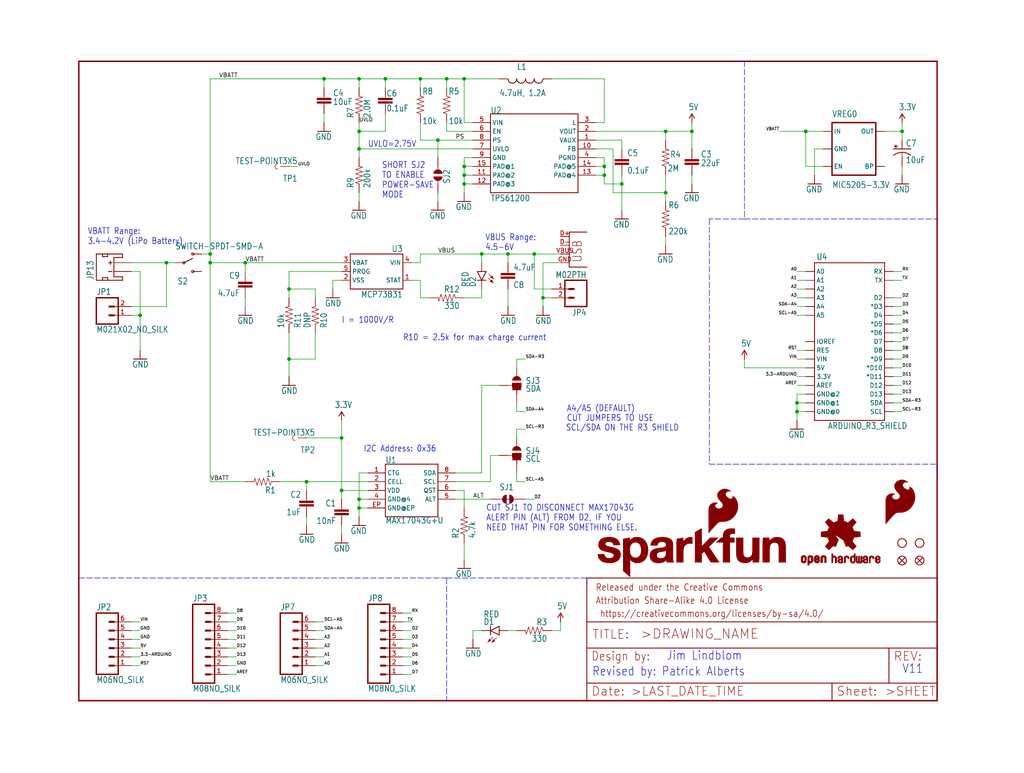
<source format=kicad_sch>
(kicad_sch (version 20211123) (generator eeschema)
  (paper "User" 297.002 224.18)
  (lib_symbols
    (symbol "schematicEagle-eagle-import:0.1UF-25V(+80{slash}-20%)(0603)"
      (property "Reference" "C" (at 1.524 2.921 0))
      (property "Value" "0.1UF-25V(+80{slash}-20%)(0603)" (at 1.524 -2.159 0))
      (symbol "0.1UF-25V(+80{slash}-20%)(0603)_1_0"
        (pin passive line (at 0 5.08 270) (length 2.54) (name "1") (number "1"))
        (pin passive line (at 0 -2.54 90) (length 2.54) (name "2") (number "2"))
      )
    )
    (symbol "schematicEagle-eagle-import:1.0UF-16V-10%(0603)"
      (property "Reference" "C" (at 1.524 2.921 0))
      (property "Value" "1.0UF-16V-10%(0603)" (at 1.524 -2.159 0))
      (symbol "1.0UF-16V-10%(0603)_1_0"
        (pin passive line (at 0 5.08 270) (length 2.54) (name "1") (number "1"))
        (pin passive line (at 0 -2.54 90) (length 2.54) (name "2") (number "2"))
      )
    )
    (symbol "schematicEagle-eagle-import:10KOHM1{slash}10W1%(0603)0603"
      (property "Reference" "R" (at -3.81 1.4986 0))
      (property "Value" "10KOHM1{slash}10W1%(0603)0603" (at -3.81 -3.302 0))
      (symbol "10KOHM1{slash}10W1%(0603)0603_1_0"
        (pin passive line (at -5.08 0 0) (length 2.54) (name "1") (number "1"))
        (pin passive line (at 5.08 0 180) (length 2.54) (name "2") (number "2"))
      )
    )
    (symbol "schematicEagle-eagle-import:10NF{slash}10000PF-50V-10%(0603)"
      (property "Reference" "C" (at 1.524 2.921 0))
      (property "Value" "10NF{slash}10000PF-50V-10%(0603)" (at 1.524 -2.159 0))
      (symbol "10NF{slash}10000PF-50V-10%(0603)_1_0"
        (pin passive line (at 0 5.08 270) (length 2.54) (name "1") (number "1"))
        (pin passive line (at 0 -2.54 90) (length 2.54) (name "2") (number "2"))
      )
    )
    (symbol "schematicEagle-eagle-import:10UF-16V-10%(TANT)"
      (property "Reference" "C" (at 1.016 0.635 0))
      (property "Value" "10UF-16V-10%(TANT)" (at 1.016 -4.191 0))
      (symbol "10UF-16V-10%(TANT)_1_0"
        (pin passive line (at 0 2.54 270) (length 2.54) (name "+") (number "A"))
        (pin passive line (at 0 -5.08 90) (length 2.54) (name "-") (number "C"))
      )
    )
    (symbol "schematicEagle-eagle-import:10UF-6.3V-20%(1206)"
      (property "Reference" "C" (at 1.524 2.921 0))
      (property "Value" "10UF-6.3V-20%(1206)" (at 1.524 -2.159 0))
      (symbol "10UF-6.3V-20%(1206)_1_0"
        (pin passive line (at 0 5.08 270) (length 2.54) (name "1") (number "1"))
        (pin passive line (at 0 -2.54 90) (length 2.54) (name "2") (number "2"))
      )
    )
    (symbol "schematicEagle-eagle-import:1KOHM1{slash}10W1%(0603)"
      (property "Reference" "R" (at -3.81 1.4986 0))
      (property "Value" "1KOHM1{slash}10W1%(0603)" (at -3.81 -3.302 0))
      (symbol "1KOHM1{slash}10W1%(0603)_1_0"
        (pin passive line (at -5.08 0 0) (length 2.54) (name "1") (number "1"))
        (pin passive line (at 5.08 0 180) (length 2.54) (name "2") (number "2"))
      )
    )
    (symbol "schematicEagle-eagle-import:200KOHM1{slash}10W1%(0603)200K"
      (property "Reference" "R" (at -3.81 1.4986 0))
      (property "Value" "200KOHM1{slash}10W1%(0603)200K" (at -3.81 -3.302 0))
      (symbol "200KOHM1{slash}10W1%(0603)200K_1_0"
        (pin passive line (at -5.08 0 0) (length 2.54) (name "1") (number "1"))
        (pin passive line (at 5.08 0 180) (length 2.54) (name "2") (number "2"))
      )
    )
    (symbol "schematicEagle-eagle-import:220KOHM1{slash}10W1%(0603)"
      (property "Reference" "R" (at -3.81 1.4986 0))
      (property "Value" "220KOHM1{slash}10W1%(0603)" (at -3.81 -3.302 0))
      (symbol "220KOHM1{slash}10W1%(0603)_1_0"
        (pin passive line (at -5.08 0 0) (length 2.54) (name "1") (number "1"))
        (pin passive line (at 5.08 0 180) (length 2.54) (name "2") (number "2"))
      )
    )
    (symbol "schematicEagle-eagle-import:22UF-6.3V-20%(0805)"
      (property "Reference" "C" (at 1.524 2.921 0))
      (property "Value" "22UF-6.3V-20%(0805)" (at 1.524 -2.159 0))
      (symbol "22UF-6.3V-20%(0805)_1_0"
        (pin passive line (at 0 5.08 270) (length 2.54) (name "1") (number "1"))
        (pin passive line (at 0 -2.54 90) (length 2.54) (name "2") (number "2"))
      )
    )
    (symbol "schematicEagle-eagle-import:2MOHMS-1{slash}10W-1%(0603)"
      (property "Reference" "R" (at -3.81 1.4986 0))
      (property "Value" "2MOHMS-1{slash}10W-1%(0603)" (at -3.81 -3.302 0))
      (symbol "2MOHMS-1{slash}10W-1%(0603)_1_0"
        (pin passive line (at -5.08 0 0) (length 2.54) (name "1") (number "1"))
        (pin passive line (at 5.08 0 180) (length 2.54) (name "2") (number "2"))
      )
    )
    (symbol "schematicEagle-eagle-import:3.3V" (power)
      (property "Value" "3.3V" (at -1.016 3.556 0))
      (symbol "3.3V_1_0"
        (pin power_in line (at 0 0 90) (length 2.54) (name "3.3V") (number "1"))
      )
    )
    (symbol "schematicEagle-eagle-import:330OHM1{slash}10W1%(0603)"
      (property "Reference" "R" (at -3.81 1.4986 0))
      (property "Value" "330OHM1{slash}10W1%(0603)" (at -3.81 -3.302 0))
      (symbol "330OHM1{slash}10W1%(0603)_1_0"
        (pin passive line (at -5.08 0 0) (length 2.54) (name "1") (number "1"))
        (pin passive line (at 5.08 0 180) (length 2.54) (name "2") (number "2"))
      )
    )
    (symbol "schematicEagle-eagle-import:4.7KOHM1{slash}10W1%(0603)"
      (property "Reference" "R" (at -3.81 1.4986 0))
      (property "Value" "4.7KOHM1{slash}10W1%(0603)" (at -3.81 -3.302 0))
      (symbol "4.7KOHM1{slash}10W1%(0603)_1_0"
        (pin passive line (at -5.08 0 0) (length 2.54) (name "1") (number "1"))
        (pin passive line (at 5.08 0 180) (length 2.54) (name "2") (number "2"))
      )
    )
    (symbol "schematicEagle-eagle-import:4.7UF-6.3V-10%(0603)0603"
      (property "Reference" "C" (at 1.524 2.921 0))
      (property "Value" "4.7UF-6.3V-10%(0603)0603" (at 1.524 -2.159 0))
      (symbol "4.7UF-6.3V-10%(0603)0603_1_0"
        (pin passive line (at 0 5.08 270) (length 2.54) (name "1") (number "1"))
        (pin passive line (at 0 -2.54 90) (length 2.54) (name "2") (number "2"))
      )
    )
    (symbol "schematicEagle-eagle-import:5V" (power)
      (property "Value" "5V" (at -1.016 3.556 0))
      (symbol "5V_1_0"
        (pin power_in line (at 0 0 90) (length 2.54) (name "5V") (number "1"))
      )
    )
    (symbol "schematicEagle-eagle-import:ARDUINO_R3_SHIELD"
      (property "Reference" "J" (at -9.652 21.082 0))
      (property "Value" "ARDUINO_R3_SHIELD" (at -6.35 -27.94 0))
      (symbol "ARDUINO_R3_SHIELD_1_0"
        (pin bidirectional line (at -12.7 -12.7 0) (length 2.54) (name "3.3V") (number "3.3V"))
        (pin bidirectional line (at -12.7 -10.16 0) (length 2.54) (name "5V") (number "5V"))
        (pin bidirectional line (at -12.7 17.78 0) (length 2.54) (name "A0") (number "A0"))
        (pin bidirectional line (at -12.7 15.24 0) (length 2.54) (name "A1") (number "A1"))
        (pin bidirectional line (at -12.7 12.7 0) (length 2.54) (name "A2") (number "A2"))
        (pin bidirectional line (at -12.7 10.16 0) (length 2.54) (name "A3") (number "A3"))
        (pin bidirectional line (at -12.7 7.62 0) (length 2.54) (name "A4") (number "A4"))
        (pin bidirectional line (at -12.7 5.08 0) (length 2.54) (name "A5") (number "A5"))
        (pin bidirectional line (at -12.7 -15.24 0) (length 2.54) (name "AREF") (number "AREF"))
        (pin bidirectional line (at 12.7 -10.16 180) (length 2.54) (name "*D10") (number "D10"))
        (pin bidirectional line (at 12.7 -12.7 180) (length 2.54) (name "*D11") (number "D11"))
        (pin bidirectional line (at 12.7 -15.24 180) (length 2.54) (name "D12") (number "D12"))
        (pin bidirectional line (at 12.7 -17.78 180) (length 2.54) (name "D13") (number "D13"))
        (pin bidirectional line (at 12.7 10.16 180) (length 2.54) (name "D2") (number "D2"))
        (pin bidirectional line (at 12.7 7.62 180) (length 2.54) (name "*D3") (number "D3"))
        (pin bidirectional line (at 12.7 5.08 180) (length 2.54) (name "D4") (number "D4"))
        (pin bidirectional line (at 12.7 2.54 180) (length 2.54) (name "*D5") (number "D5"))
        (pin bidirectional line (at 12.7 0 180) (length 2.54) (name "*D6") (number "D6"))
        (pin bidirectional line (at 12.7 -2.54 180) (length 2.54) (name "D7") (number "D7"))
        (pin bidirectional line (at 12.7 -5.08 180) (length 2.54) (name "D8") (number "D8"))
        (pin bidirectional line (at 12.7 -7.62 180) (length 2.54) (name "*D9") (number "D9"))
        (pin bidirectional line (at -12.7 -22.86 0) (length 2.54) (name "GND@0") (number "GND@0"))
        (pin bidirectional line (at -12.7 -20.32 0) (length 2.54) (name "GND@1") (number "GND@1"))
        (pin bidirectional line (at -12.7 -17.78 0) (length 2.54) (name "GND@2") (number "GND@2"))
        (pin bidirectional line (at -12.7 -2.54 0) (length 2.54) (name "IOREF") (number "IOREF"))
        (pin bidirectional line (at -12.7 -5.08 0) (length 2.54) (name "RES") (number "RES"))
        (pin bidirectional line (at 12.7 17.78 180) (length 2.54) (name "RX") (number "RX"))
        (pin bidirectional line (at 12.7 -22.86 180) (length 2.54) (name "SCL") (number "SCL"))
        (pin bidirectional line (at 12.7 -20.32 180) (length 2.54) (name "SDA") (number "SDA"))
        (pin bidirectional line (at 12.7 15.24 180) (length 2.54) (name "TX") (number "TX"))
        (pin bidirectional line (at -12.7 -7.62 0) (length 2.54) (name "VIN") (number "VIN"))
      )
    )
    (symbol "schematicEagle-eagle-import:FIDUCIAL1X2")
    (symbol "schematicEagle-eagle-import:FRAME-LETTER"
      (symbol "FRAME-LETTER_2_0"
        (text " https://creativecommons.org/licenses/by-sa/4.0/" (at 2.54 24.13 0) (effects (font (size 1.9304 1.6408)) (justify left bottom)))
        (text ">DRAWING_NAME" (at 15.494 17.78 0) (effects (font (size 2.7432 2.7432)) (justify left bottom)))
        (text ">LAST_DATE_TIME" (at 12.7 1.27 0) (effects (font (size 2.54 2.54)) (justify left bottom)))
        (text ">SHEET" (at 86.36 1.27 0) (effects (font (size 2.54 2.54)) (justify left bottom)))
        (text "Attribution Share-Alike 4.0 License" (at 2.54 27.94 0) (effects (font (size 1.9304 1.6408)) (justify left bottom)))
        (text "Date:" (at 1.27 1.27 0) (effects (font (size 2.54 2.54)) (justify left bottom)))
        (text "Design by:" (at 1.27 11.43 0) (effects (font (size 2.54 2.159)) (justify left bottom)))
        (text "Released under the Creative Commons" (at 2.54 31.75 0) (effects (font (size 1.9304 1.6408)) (justify left bottom)))
        (text "REV:" (at 88.9 11.43 0) (effects (font (size 2.54 2.54)) (justify left bottom)))
        (text "Sheet:" (at 72.39 1.27 0) (effects (font (size 2.54 2.54)) (justify left bottom)))
        (text "TITLE:" (at 1.524 17.78 0) (effects (font (size 2.54 2.54)) (justify left bottom)))
      )
    )
    (symbol "schematicEagle-eagle-import:GND" (power)
      (property "Value" "GND" (at -2.54 -2.54 0))
      (symbol "GND_1_0"
        (pin power_in line (at 0 2.54 270) (length 2.54) (name "GND") (number "1"))
      )
    )
    (symbol "schematicEagle-eagle-import:INDUCTORINDUCTOR_4.7UH"
      (property "Reference" "L" (at 2.54 5.08 0))
      (property "Value" "INDUCTORINDUCTOR_4.7UH" (at 2.54 -5.08 0))
      (symbol "INDUCTORINDUCTOR_4.7UH_1_0"
        (pin passive line (at 0 7.62 270) (length 2.54) (name "1") (number "P$1"))
        (pin passive line (at 0 -7.62 90) (length 2.54) (name "2") (number "P$2"))
      )
    )
    (symbol "schematicEagle-eagle-import:JST_2MM_MALE"
      (property "Reference" "J" (at -2.54 5.842 0))
      (symbol "JST_2MM_MALE_1_0"
        (pin bidirectional line (at 0 -5.08 90) (length 5.08) (name "-") (number "1"))
        (pin bidirectional line (at 2.54 -5.08 90) (length 5.08) (name "+") (number "2"))
        (pin bidirectional line (at -2.54 2.54 90) (length 0) (name "PAD1") (number "NC1"))
        (pin bidirectional line (at 5.08 2.54 90) (length 0) (name "PAD2") (number "NC2"))
      )
    )
    (symbol "schematicEagle-eagle-import:JUMPER-PAD-3-2OF3_NC_BY_TRACE"
      (property "Reference" "SJ" (at 2.54 0.381 0))
      (property "Value" "JUMPER-PAD-3-2OF3_NC_BY_TRACE" (at 2.54 -1.905 0))
      (symbol "JUMPER-PAD-3-2OF3_NC_BY_TRACE_1_0"
        (pin passive line (at 0 5.08 270) (length 2.54) (name "1") (number "1"))
        (pin passive line (at -5.08 0 0) (length 2.54) (name "2") (number "2"))
        (pin passive line (at 0 -5.08 90) (length 2.54) (name "3") (number "3"))
      )
    )
    (symbol "schematicEagle-eagle-import:LED-RED0603"
      (property "Reference" "D" (at 3.556 -4.572 90))
      (property "Value" "LED-RED0603" (at 5.715 -4.572 90))
      (symbol "LED-RED0603_1_0"
        (pin passive line (at 0 2.54 270) (length 2.54) (name "A") (number "A"))
        (pin passive line (at 0 -5.08 90) (length 2.54) (name "C") (number "C"))
      )
    )
    (symbol "schematicEagle-eagle-import:M021X02_NO_SILK"
      (property "Reference" "JP" (at -2.54 5.842 0))
      (property "Value" "M021X02_NO_SILK" (at -2.54 -5.08 0))
      (symbol "M021X02_NO_SILK_1_0"
        (pin passive line (at 7.62 0 180) (length 5.08) (name "1") (number "1"))
        (pin passive line (at 7.62 2.54 180) (length 5.08) (name "2") (number "2"))
      )
    )
    (symbol "schematicEagle-eagle-import:M02PTH"
      (property "Reference" "JP" (at -2.54 5.842 0))
      (property "Value" "M02PTH" (at -2.54 -5.08 0))
      (symbol "M02PTH_1_0"
        (pin passive line (at 7.62 0 180) (length 5.08) (name "1") (number "1"))
        (pin passive line (at 7.62 2.54 180) (length 5.08) (name "2") (number "2"))
      )
    )
    (symbol "schematicEagle-eagle-import:M06NO_SILK"
      (property "Reference" "JP" (at -5.08 10.922 0))
      (property "Value" "M06NO_SILK" (at -5.08 -10.16 0))
      (symbol "M06NO_SILK_1_0"
        (pin passive line (at 5.08 -5.08 180) (length 5.08) (name "1") (number "1"))
        (pin passive line (at 5.08 -2.54 180) (length 5.08) (name "2") (number "2"))
        (pin passive line (at 5.08 0 180) (length 5.08) (name "3") (number "3"))
        (pin passive line (at 5.08 2.54 180) (length 5.08) (name "4") (number "4"))
        (pin passive line (at 5.08 5.08 180) (length 5.08) (name "5") (number "5"))
        (pin passive line (at 5.08 7.62 180) (length 5.08) (name "6") (number "6"))
      )
    )
    (symbol "schematicEagle-eagle-import:M08NO_SILK"
      (property "Reference" "JP" (at -5.08 13.462 0))
      (property "Value" "M08NO_SILK" (at -5.08 -12.7 0))
      (symbol "M08NO_SILK_1_0"
        (pin passive line (at 5.08 -7.62 180) (length 5.08) (name "1") (number "1"))
        (pin passive line (at 5.08 -5.08 180) (length 5.08) (name "2") (number "2"))
        (pin passive line (at 5.08 -2.54 180) (length 5.08) (name "3") (number "3"))
        (pin passive line (at 5.08 0 180) (length 5.08) (name "4") (number "4"))
        (pin passive line (at 5.08 2.54 180) (length 5.08) (name "5") (number "5"))
        (pin passive line (at 5.08 5.08 180) (length 5.08) (name "6") (number "6"))
        (pin passive line (at 5.08 7.62 180) (length 5.08) (name "7") (number "7"))
        (pin passive line (at 5.08 10.16 180) (length 5.08) (name "8") (number "8"))
      )
    )
    (symbol "schematicEagle-eagle-import:MAX1704X"
      (property "Reference" "U" (at -7.62 7.874 0))
      (property "Value" "MAX1704X" (at -7.62 -9.652 0))
      (symbol "MAX1704X_1_0"
        (pin bidirectional line (at -12.7 5.08 0) (length 5.08) (name "CTG") (number "1"))
        (pin bidirectional line (at -12.7 2.54 0) (length 5.08) (name "CELL") (number "2"))
        (pin bidirectional line (at -12.7 0 0) (length 5.08) (name "VDD") (number "3"))
        (pin bidirectional line (at -12.7 -2.54 0) (length 5.08) (name "GND@4") (number "4"))
        (pin bidirectional line (at 12.7 -2.54 180) (length 5.08) (name "ALT") (number "5"))
        (pin bidirectional line (at 12.7 0 180) (length 5.08) (name "QST") (number "6"))
        (pin bidirectional line (at 12.7 2.54 180) (length 5.08) (name "SCL") (number "7"))
        (pin bidirectional line (at 12.7 5.08 180) (length 5.08) (name "SDA") (number "8"))
        (pin bidirectional line (at -12.7 -5.08 0) (length 5.08) (name "GND@EP") (number "EP"))
      )
    )
    (symbol "schematicEagle-eagle-import:MCP73831"
      (property "Reference" "U" (at -7.62 5.588 0))
      (property "Value" "MCP73831" (at -7.62 -7.62 0))
      (symbol "MCP73831_1_0"
        (pin output line (at -10.16 -2.54 0) (length 2.54) (name "STAT") (number "1"))
        (pin power_in line (at 10.16 -2.54 180) (length 2.54) (name "VSS") (number "2"))
        (pin power_in line (at 10.16 2.54 180) (length 2.54) (name "VBAT") (number "3"))
        (pin power_in line (at -10.16 2.54 0) (length 2.54) (name "VIN") (number "4"))
        (pin input line (at 10.16 0 180) (length 2.54) (name "PROG") (number "5"))
      )
    )
    (symbol "schematicEagle-eagle-import:MIC52053.3V"
      (property "Reference" "U" (at -7.62 9.144 0))
      (property "Value" "MIC52053.3V" (at -7.62 -11.43 0))
      (symbol "MIC52053.3V_1_0"
        (pin input line (at -10.16 5.08 0) (length 2.54) (name "IN") (number "1"))
        (pin input line (at -10.16 0 0) (length 2.54) (name "GND") (number "2"))
        (pin input line (at -10.16 -5.08 0) (length 2.54) (name "EN") (number "3"))
        (pin input line (at 7.62 -5.08 180) (length 2.54) (name "BP") (number "4"))
        (pin passive line (at 7.62 5.08 180) (length 2.54) (name "OUT") (number "5"))
      )
    )
    (symbol "schematicEagle-eagle-import:OSHW-LOGOS")
    (symbol "schematicEagle-eagle-import:RESISTORPTH-1{slash}6W"
      (property "Reference" "R" (at -3.81 1.4986 0))
      (property "Value" "RESISTORPTH-1{slash}6W" (at -3.81 -3.302 0))
      (symbol "RESISTORPTH-1{slash}6W_1_0"
        (pin passive line (at -5.08 0 0) (length 2.54) (name "1") (number "1"))
        (pin passive line (at 5.08 0 180) (length 2.54) (name "2") (number "2"))
      )
    )
    (symbol "schematicEagle-eagle-import:SFE_LOGO_FLAME.1_INCH")
    (symbol "schematicEagle-eagle-import:SFE_LOGO_NAME_FLAME.2_INCH")
    (symbol "schematicEagle-eagle-import:SOLDERJUMPERNO"
      (property "Reference" "SJ" (at -2.54 2.54 0))
      (property "Value" "SOLDERJUMPERNO" (at -2.54 -5.08 0))
      (symbol "SOLDERJUMPERNO_1_0"
        (pin passive line (at -5.08 0 0) (length 2.54) (name "1") (number "1"))
        (pin passive line (at 5.08 0 180) (length 2.54) (name "2") (number "2"))
      )
    )
    (symbol "schematicEagle-eagle-import:SOLDERJUMPERTRACE"
      (property "Reference" "SJ" (at -2.54 2.54 0))
      (property "Value" "SOLDERJUMPERTRACE" (at -2.54 -5.08 0))
      (symbol "SOLDERJUMPERTRACE_1_0"
        (pin passive line (at -5.08 0 0) (length 2.54) (name "1") (number "1"))
        (pin passive line (at 5.08 0 180) (length 2.54) (name "2") (number "2"))
      )
    )
    (symbol "schematicEagle-eagle-import:STAND-OFFTIGHT")
    (symbol "schematicEagle-eagle-import:SWITCH-SPDT-SMD-A"
      (property "Reference" "S" (at -1.905 -6.35 0))
      (property "Value" "SWITCH-SPDT-SMD-A" (at -2.54 3.81 0))
      (symbol "SWITCH-SPDT-SMD-A_1_0"
        (pin passive line (at 5.08 2.54 180) (length 2.54) (name "O") (number "1"))
        (pin passive line (at -2.54 0 0) (length 2.54) (name "P") (number "2"))
        (pin passive line (at 5.08 -2.54 180) (length 2.54) (name "S") (number "3"))
      )
    )
    (symbol "schematicEagle-eagle-import:TEST-POINT3X5"
      (property "Reference" "TP" (at -2.54 2.54 0))
      (property "Value" "TEST-POINT3X5" (at -2.54 -2.54 0))
      (symbol "TEST-POINT3X5_1_0"
        (pin bidirectional line (at 0 0 180) (length 0) (name "1") (number "P$1"))
      )
    )
    (symbol "schematicEagle-eagle-import:TPS61200"
      (property "Reference" "U" (at -12.7 10.16 0))
      (property "Value" "TPS61200" (at -12.7 -15.24 0))
      (symbol "TPS61200_1_0"
        (pin passive line (at 17.78 2.54 180) (length 5.08) (name "VAUX") (number "1"))
        (pin passive line (at 17.78 0 180) (length 5.08) (name "FB") (number "10"))
        (pin power_in line (at -17.78 -7.62 0) (length 5.08) (name "PAD@2") (number "11"))
        (pin power_in line (at -17.78 -10.16 0) (length 5.08) (name "PAD@3") (number "12"))
        (pin power_in line (at 17.78 -7.62 180) (length 5.08) (name "PAD@4") (number "13"))
        (pin power_in line (at 17.78 -5.08 180) (length 5.08) (name "PAD@5") (number "14"))
        (pin power_in line (at -17.78 -5.08 0) (length 5.08) (name "PAD@1") (number "15"))
        (pin passive line (at 17.78 5.08 180) (length 5.08) (name "VOUT") (number "2"))
        (pin passive line (at 17.78 7.62 180) (length 5.08) (name "L") (number "3"))
        (pin power_in line (at 17.78 -2.54 180) (length 5.08) (name "PGND") (number "4"))
        (pin power_in line (at -17.78 7.62 0) (length 5.08) (name "VIN") (number "5"))
        (pin input line (at -17.78 5.08 0) (length 5.08) (name "EN") (number "6"))
        (pin passive line (at -17.78 0 0) (length 5.08) (name "UVLO") (number "7"))
        (pin input line (at -17.78 2.54 0) (length 5.08) (name "PS") (number "8"))
        (pin power_in line (at -17.78 -2.54 0) (length 5.08) (name "GND") (number "9"))
      )
    )
    (symbol "schematicEagle-eagle-import:USBSMD"
      (symbol "USBSMD_1_0"
        (text "USB" (at 3.81 0 900) (effects (font (size 2.54 2.159)) (justify left bottom)))
        (pin bidirectional line (at -2.54 7.62 0) (length 2.54) (name "D+") (number "D+"))
        (pin bidirectional line (at -2.54 5.08 0) (length 2.54) (name "D-") (number "D-"))
        (pin bidirectional line (at -2.54 0 0) (length 2.54) (name "GND") (number "GND"))
        (pin bidirectional line (at -2.54 2.54 0) (length 2.54) (name "VBUS") (number "VBUS"))
      )
    )
  )
  (junction (at 200.66 38.1))
  (junction (at 129.54 22.86))
  (junction (at 83.82 83.82))
  (junction (at 193.04 38.1))
  (junction (at 147.32 73.66))
  (junction (at 175.26 50.8))
  (junction (at 104.14 38.1))
  (junction (at 134.62 48.26))
  (junction (at 175.26 48.26))
  (junction (at 231.14 119.38))
  (junction (at 127 40.64))
  (junction (at 88.9 139.7))
  (junction (at 134.62 53.34))
  (junction (at 139.7 73.66))
  (junction (at 104.14 43.18))
  (junction (at 71.12 76.2))
  (junction (at 93.98 22.86))
  (junction (at 60.96 76.2))
  (junction (at 99.06 142.24))
  (junction (at 121.92 22.86))
  (junction (at 193.04 55.88))
  (junction (at 99.06 127))
  (junction (at 157.48 86.36))
  (junction (at 104.14 147.32))
  (junction (at 233.68 38.1))
  (junction (at 180.34 53.34))
  (junction (at 134.62 50.8))
  (junction (at 83.82 104.14))
  (junction (at 40.64 91.44))
  (junction (at 104.14 22.86))
  (junction (at 154.94 73.66))
  (junction (at 111.76 22.86))
  (junction (at 104.14 144.78))
  (junction (at 231.14 116.84))
  (junction (at 60.96 73.66))
  (junction (at 261.62 38.1))
  (junction (at 48.26 76.2))
  (junction (at 134.62 22.86))
  (wire (pts (xy 119.38 81.28) (xy 121.92 81.28)))
  (wire (pts (xy 149.86 137.16) (xy 149.86 139.7)))
  (wire (pts (xy 233.68 38.1) (xy 226.06 38.1)))
  (wire (pts (xy 231.14 114.3) (xy 231.14 116.84)))
  (polyline (pts (xy 22.86 167.64) (xy 129.54 167.64)))
  (wire (pts (xy 66.04 182.88) (xy 68.58 182.88)))
  (wire (pts (xy 137.16 53.34) (xy 134.62 53.34)))
  (wire (pts (xy 149.86 139.7) (xy 152.4 139.7)))
  (wire (pts (xy 180.34 53.34) (xy 180.34 60.96)))
  (wire (pts (xy 259.08 119.38) (xy 261.62 119.38)))
  (wire (pts (xy 137.16 48.26) (xy 134.62 48.26)))
  (wire (pts (xy 60.96 22.86) (xy 93.98 22.86)))
  (wire (pts (xy 66.04 180.34) (xy 68.58 180.34)))
  (wire (pts (xy 83.82 104.14) (xy 83.82 96.52)))
  (wire (pts (xy 48.26 76.2) (xy 50.8 76.2)))
  (wire (pts (xy 132.08 144.78) (xy 142.24 144.78)))
  (wire (pts (xy 116.84 190.5) (xy 119.38 190.5)))
  (wire (pts (xy 193.04 58.42) (xy 193.04 55.88)))
  (wire (pts (xy 259.08 109.22) (xy 261.62 109.22)))
  (wire (pts (xy 137.16 38.1) (xy 129.54 38.1)))
  (wire (pts (xy 121.92 73.66) (xy 139.7 73.66)))
  (wire (pts (xy 60.96 76.2) (xy 60.96 139.7)))
  (wire (pts (xy 233.68 48.26) (xy 233.68 38.1)))
  (wire (pts (xy 66.04 177.8) (xy 68.58 177.8)))
  (wire (pts (xy 177.8 55.88) (xy 193.04 55.88)))
  (wire (pts (xy 127 58.42) (xy 127 55.88)))
  (wire (pts (xy 60.96 76.2) (xy 71.12 76.2)))
  (wire (pts (xy 259.08 116.84) (xy 261.62 116.84)))
  (wire (pts (xy 137.16 35.56) (xy 134.62 35.56)))
  (wire (pts (xy 66.04 190.5) (xy 68.58 190.5)))
  (wire (pts (xy 116.84 177.8) (xy 119.38 177.8)))
  (wire (pts (xy 38.1 76.2) (xy 48.26 76.2)))
  (wire (pts (xy 177.8 55.88) (xy 177.8 43.18)))
  (wire (pts (xy 154.94 73.66) (xy 147.32 73.66)))
  (wire (pts (xy 160.02 22.86) (xy 175.26 22.86)))
  (wire (pts (xy 99.06 127) (xy 99.06 121.92)))
  (wire (pts (xy 259.08 78.74) (xy 261.62 78.74)))
  (wire (pts (xy 38.1 182.88) (xy 40.64 182.88)))
  (wire (pts (xy 71.12 88.9) (xy 71.12 86.36)))
  (wire (pts (xy 233.68 88.9) (xy 231.14 88.9)))
  (wire (pts (xy 160.02 83.82) (xy 154.94 83.82)))
  (wire (pts (xy 134.62 48.26) (xy 134.62 50.8)))
  (wire (pts (xy 139.7 86.36) (xy 139.7 83.82)))
  (wire (pts (xy 233.68 38.1) (xy 238.76 38.1)))
  (wire (pts (xy 134.62 22.86) (xy 134.62 35.56)))
  (wire (pts (xy 104.14 144.78) (xy 104.14 147.32)))
  (wire (pts (xy 137.16 45.72) (xy 134.62 45.72)))
  (wire (pts (xy 175.26 45.72) (xy 175.26 48.26)))
  (wire (pts (xy 147.32 76.2) (xy 147.32 73.66)))
  (wire (pts (xy 256.54 38.1) (xy 261.62 38.1)))
  (wire (pts (xy 96.52 81.28) (xy 96.52 83.82)))
  (wire (pts (xy 91.44 190.5) (xy 93.98 190.5)))
  (wire (pts (xy 66.04 185.42) (xy 68.58 185.42)))
  (wire (pts (xy 88.9 142.24) (xy 88.9 139.7)))
  (wire (pts (xy 233.68 86.36) (xy 231.14 86.36)))
  (wire (pts (xy 129.54 38.1) (xy 129.54 35.56)))
  (wire (pts (xy 83.82 86.36) (xy 83.82 83.82)))
  (wire (pts (xy 233.68 91.44) (xy 231.14 91.44)))
  (wire (pts (xy 99.06 142.24) (xy 99.06 127)))
  (polyline (pts (xy 205.74 134.62) (xy 271.78 134.62)))
  (wire (pts (xy 127 45.72) (xy 127 40.64)))
  (wire (pts (xy 99.06 152.4) (xy 99.06 154.94)))
  (wire (pts (xy 38.1 185.42) (xy 40.64 185.42)))
  (wire (pts (xy 236.22 43.18) (xy 236.22 50.8)))
  (wire (pts (xy 149.86 119.38) (xy 152.4 119.38)))
  (wire (pts (xy 175.26 53.34) (xy 180.34 53.34)))
  (wire (pts (xy 71.12 76.2) (xy 71.12 78.74)))
  (wire (pts (xy 193.04 55.88) (xy 193.04 50.8)))
  (wire (pts (xy 233.68 114.3) (xy 231.14 114.3)))
  (wire (pts (xy 132.08 142.24) (xy 134.62 142.24)))
  (wire (pts (xy 157.48 88.9) (xy 157.48 86.36)))
  (wire (pts (xy 48.26 76.2) (xy 48.26 88.9)))
  (wire (pts (xy 142.24 139.7) (xy 142.24 132.08)))
  (wire (pts (xy 180.34 50.8) (xy 180.34 53.34)))
  (wire (pts (xy 129.54 25.4) (xy 129.54 22.86)))
  (wire (pts (xy 106.68 137.16) (xy 104.14 137.16)))
  (wire (pts (xy 116.84 182.88) (xy 119.38 182.88)))
  (wire (pts (xy 137.16 43.18) (xy 104.14 43.18)))
  (wire (pts (xy 147.32 88.9) (xy 147.32 83.82)))
  (wire (pts (xy 132.08 137.16) (xy 139.7 137.16)))
  (wire (pts (xy 93.98 22.86) (xy 104.14 22.86)))
  (wire (pts (xy 111.76 33.02) (xy 111.76 38.1)))
  (wire (pts (xy 38.1 88.9) (xy 48.26 88.9)))
  (wire (pts (xy 88.9 152.4) (xy 88.9 149.86)))
  (wire (pts (xy 233.68 116.84) (xy 231.14 116.84)))
  (wire (pts (xy 259.08 101.6) (xy 261.62 101.6)))
  (wire (pts (xy 259.08 111.76) (xy 261.62 111.76)))
  (wire (pts (xy 137.16 182.88) (xy 139.7 182.88)))
  (wire (pts (xy 233.68 78.74) (xy 231.14 78.74)))
  (wire (pts (xy 259.08 93.98) (xy 261.62 93.98)))
  (wire (pts (xy 38.1 78.74) (xy 40.64 78.74)))
  (wire (pts (xy 104.14 137.16) (xy 104.14 144.78)))
  (wire (pts (xy 238.76 48.26) (xy 233.68 48.26)))
  (wire (pts (xy 200.66 38.1) (xy 193.04 38.1)))
  (wire (pts (xy 261.62 38.1) (xy 261.62 35.56)))
  (wire (pts (xy 200.66 43.18) (xy 200.66 38.1)))
  (wire (pts (xy 137.16 185.42) (xy 137.16 182.88)))
  (wire (pts (xy 175.26 50.8) (xy 175.26 53.34)))
  (wire (pts (xy 149.86 106.68) (xy 149.86 104.14)))
  (polyline (pts (xy 129.54 167.64) (xy 129.54 203.2)))
  (wire (pts (xy 160.02 182.88) (xy 162.56 182.88)))
  (wire (pts (xy 106.68 142.24) (xy 99.06 142.24)))
  (wire (pts (xy 83.82 78.74) (xy 83.82 83.82)))
  (wire (pts (xy 193.04 40.64) (xy 193.04 38.1)))
  (wire (pts (xy 200.66 38.1) (xy 200.66 35.56)))
  (wire (pts (xy 261.62 40.64) (xy 261.62 38.1)))
  (wire (pts (xy 233.68 119.38) (xy 231.14 119.38)))
  (wire (pts (xy 259.08 114.3) (xy 261.62 114.3)))
  (wire (pts (xy 233.68 109.22) (xy 231.14 109.22)))
  (wire (pts (xy 66.04 195.58) (xy 68.58 195.58)))
  (polyline (pts (xy 170.18 167.64) (xy 170.18 170.18)))
  (wire (pts (xy 231.14 119.38) (xy 231.14 121.92)))
  (wire (pts (xy 121.92 25.4) (xy 121.92 22.86)))
  (wire (pts (xy 104.14 25.4) (xy 104.14 22.86)))
  (wire (pts (xy 193.04 71.12) (xy 193.04 68.58)))
  (wire (pts (xy 134.62 86.36) (xy 139.7 86.36)))
  (wire (pts (xy 91.44 193.04) (xy 93.98 193.04)))
  (wire (pts (xy 121.92 22.86) (xy 129.54 22.86)))
  (wire (pts (xy 91.44 83.82) (xy 83.82 83.82)))
  (polyline (pts (xy 215.9 63.5) (xy 205.74 63.5)))
  (wire (pts (xy 259.08 81.28) (xy 261.62 81.28)))
  (wire (pts (xy 147.32 73.66) (xy 139.7 73.66)))
  (wire (pts (xy 154.94 83.82) (xy 154.94 73.66)))
  (wire (pts (xy 91.44 86.36) (xy 91.44 83.82)))
  (wire (pts (xy 162.56 73.66) (xy 154.94 73.66)))
  (wire (pts (xy 137.16 40.64) (xy 127 40.64)))
  (wire (pts (xy 172.72 48.26) (xy 175.26 48.26)))
  (wire (pts (xy 116.84 185.42) (xy 119.38 185.42)))
  (wire (pts (xy 116.84 195.58) (xy 119.38 195.58)))
  (wire (pts (xy 104.14 35.56) (xy 104.14 38.1)))
  (polyline (pts (xy 213.36 17.78) (xy 215.9 17.78)))
  (wire (pts (xy 231.14 116.84) (xy 231.14 119.38)))
  (wire (pts (xy 233.68 81.28) (xy 231.14 81.28)))
  (polyline (pts (xy 271.78 134.62) (xy 271.78 137.16)))
  (wire (pts (xy 134.62 147.32) (xy 134.62 142.24)))
  (wire (pts (xy 121.92 76.2) (xy 121.92 73.66)))
  (wire (pts (xy 134.62 50.8) (xy 134.62 53.34)))
  (wire (pts (xy 172.72 38.1) (xy 193.04 38.1)))
  (wire (pts (xy 88.9 127) (xy 99.06 127)))
  (wire (pts (xy 58.42 73.66) (xy 60.96 73.66)))
  (wire (pts (xy 91.44 187.96) (xy 93.98 187.96)))
  (wire (pts (xy 137.16 50.8) (xy 134.62 50.8)))
  (wire (pts (xy 91.44 182.88) (xy 93.98 182.88)))
  (wire (pts (xy 134.62 45.72) (xy 134.62 48.26)))
  (wire (pts (xy 121.92 40.64) (xy 121.92 35.56)))
  (wire (pts (xy 71.12 139.7) (xy 60.96 139.7)))
  (wire (pts (xy 177.8 43.18) (xy 172.72 43.18)))
  (wire (pts (xy 91.44 180.34) (xy 93.98 180.34)))
  (wire (pts (xy 134.62 53.34) (xy 134.62 55.88)))
  (wire (pts (xy 104.14 147.32) (xy 104.14 149.86)))
  (wire (pts (xy 99.06 144.78) (xy 99.06 142.24)))
  (polyline (pts (xy 215.9 17.78) (xy 215.9 63.5)))
  (polyline (pts (xy 205.74 63.5) (xy 205.74 134.62)))
  (wire (pts (xy 259.08 106.68) (xy 261.62 106.68)))
  (wire (pts (xy 127 40.64) (xy 121.92 40.64)))
  (wire (pts (xy 162.56 76.2) (xy 157.48 76.2)))
  (wire (pts (xy 149.86 116.84) (xy 149.86 119.38)))
  (wire (pts (xy 149.86 182.88) (xy 147.32 182.88)))
  (wire (pts (xy 116.84 193.04) (xy 119.38 193.04)))
  (wire (pts (xy 99.06 76.2) (xy 71.12 76.2)))
  (wire (pts (xy 38.1 190.5) (xy 40.64 190.5)))
  (wire (pts (xy 111.76 25.4) (xy 111.76 22.86)))
  (wire (pts (xy 149.86 104.14) (xy 152.4 104.14)))
  (polyline (pts (xy 129.54 167.64) (xy 170.18 167.64)))
  (wire (pts (xy 83.82 48.26) (xy 86.36 48.26)))
  (wire (pts (xy 106.68 139.7) (xy 88.9 139.7)))
  (wire (pts (xy 152.4 144.78) (xy 154.94 144.78)))
  (polyline (pts (xy 215.9 63.5) (xy 271.78 63.5)))
  (wire (pts (xy 40.64 78.74) (xy 40.64 91.44)))
  (wire (pts (xy 175.26 48.26) (xy 175.26 50.8)))
  (wire (pts (xy 116.84 187.96) (xy 119.38 187.96)))
  (wire (pts (xy 99.06 81.28) (xy 96.52 81.28)))
  (wire (pts (xy 104.14 58.42) (xy 104.14 55.88)))
  (wire (pts (xy 162.56 182.88) (xy 162.56 180.34)))
  (wire (pts (xy 106.68 147.32) (xy 104.14 147.32)))
  (wire (pts (xy 38.1 187.96) (xy 40.64 187.96)))
  (wire (pts (xy 121.92 86.36) (xy 124.46 86.36)))
  (wire (pts (xy 60.96 73.66) (xy 60.96 22.86)))
  (wire (pts (xy 180.34 40.64) (xy 172.72 40.64)))
  (wire (pts (xy 259.08 99.06) (xy 261.62 99.06)))
  (wire (pts (xy 233.68 111.76) (xy 231.14 111.76)))
  (wire (pts (xy 175.26 35.56) (xy 175.26 22.86)))
  (wire (pts (xy 83.82 109.22) (xy 83.82 104.14)))
  (wire (pts (xy 180.34 43.18) (xy 180.34 40.64)))
  (wire (pts (xy 134.62 162.306) (xy 134.62 157.48)))
  (wire (pts (xy 172.72 50.8) (xy 175.26 50.8)))
  (wire (pts (xy 261.62 50.8) (xy 261.62 48.26)))
  (wire (pts (xy 215.9 106.68) (xy 215.9 104.14)))
  (wire (pts (xy 111.76 38.1) (xy 104.14 38.1)))
  (wire (pts (xy 40.64 180.34) (xy 38.1 180.34)))
  (wire (pts (xy 139.7 137.16) (xy 139.7 111.76)))
  (wire (pts (xy 144.78 22.86) (xy 134.62 22.86)))
  (wire (pts (xy 259.08 88.9) (xy 261.62 88.9)))
  (wire (pts (xy 157.48 86.36) (xy 157.48 76.2)))
  (wire (pts (xy 104.14 22.86) (xy 111.76 22.86)))
  (wire (pts (xy 259.08 96.52) (xy 261.62 96.52)))
  (wire (pts (xy 121.92 81.28) (xy 121.92 86.36)))
  (wire (pts (xy 38.1 91.44) (xy 40.64 91.44)))
  (wire (pts (xy 172.72 45.72) (xy 175.26 45.72)))
  (wire (pts (xy 233.68 104.14) (xy 231.14 104.14)))
  (wire (pts (xy 149.86 127) (xy 149.86 124.46)))
  (wire (pts (xy 104.14 38.1) (xy 104.14 43.18)))
  (wire (pts (xy 129.54 22.86) (xy 134.62 22.86)))
  (polyline (pts (xy 146.304 144.78) (xy 148.336 144.78)))
  (wire (pts (xy 139.7 111.76) (xy 144.78 111.76)))
  (wire (pts (xy 119.38 76.2) (xy 121.92 76.2)))
  (wire (pts (xy 99.06 78.74) (xy 83.82 78.74)))
  (wire (pts (xy 132.08 139.7) (xy 142.24 139.7)))
  (wire (pts (xy 259.08 104.14) (xy 261.62 104.14)))
  (wire (pts (xy 139.7 73.66) (xy 139.7 76.2)))
  (wire (pts (xy 116.84 180.34) (xy 119.38 180.34)))
  (wire (pts (xy 172.72 35.56) (xy 175.26 35.56)))
  (wire (pts (xy 149.86 124.46) (xy 152.4 124.46)))
  (wire (pts (xy 238.76 43.18) (xy 236.22 43.18)))
  (wire (pts (xy 111.76 22.86) (xy 121.92 22.86)))
  (wire (pts (xy 66.04 193.04) (xy 68.58 193.04)))
  (wire (pts (xy 233.68 106.68) (xy 215.9 106.68)))
  (wire (pts (xy 66.04 187.96) (xy 68.58 187.96)))
  (wire (pts (xy 259.08 86.36) (xy 261.62 86.36)))
  (wire (pts (xy 93.98 33.02) (xy 93.98 35.56)))
  (wire (pts (xy 160.02 86.36) (xy 157.48 86.36)))
  (wire (pts (xy 233.68 101.6) (xy 231.14 101.6)))
  (wire (pts (xy 40.64 91.44) (xy 40.64 101.6)))
  (wire (pts (xy 233.68 83.82) (xy 231.14 83.82)))
  (wire (pts (xy 38.1 193.04) (xy 40.64 193.04)))
  (wire (pts (xy 88.9 139.7) (xy 81.28 139.7)))
  (wire (pts (xy 60.96 76.2) (xy 60.96 73.66)))
  (wire (pts (xy 91.44 104.14) (xy 83.82 104.14)))
  (wire (pts (xy 91.44 96.52) (xy 91.44 104.14)))
  (wire (pts (xy 104.14 43.18) (xy 104.14 45.72)))
  (wire (pts (xy 106.68 144.78) (xy 104.14 144.78)))
  (wire (pts (xy 200.66 50.8) (xy 200.66 53.34)))
  (wire (pts (xy 93.98 25.4) (xy 93.98 22.86)))
  (wire (pts (xy 91.44 185.42) (xy 93.98 185.42)))
  (wire (pts (xy 259.08 91.44) (xy 261.62 91.44)))
  (wire (pts (xy 142.24 132.08) (xy 144.78 132.08)))
  (text "I2C Address: 0x36" (at 105.41 131.318 180) (effects (font (size 1.778 1.5113)) (justify left bottom)))
  (text "I = 1000V/R" (at 99.06 93.98 180) (effects (font (size 1.778 1.5113)) (justify left bottom)))
  (text "UVLO=2.75V" (at 106.68 42.926 180) (effects (font (size 1.778 1.5113)) (justify left bottom)))
  (text "CUT SJ1 TO DISCONNECT MAX17043G\nALERT PIN (ALT) FROM D2, IF YOU\nNEED THAT PIN FOR SOMETHING ELSE." (at 140.97 154.178 0) (effects (font (size 1.778 1.5113)) (justify left bottom)))
  (text "A4/A5 (DEFAULT)" (at 164.338 119.634 180) (effects (font (size 1.778 1.5113)) (justify left bottom)))
  (text "VBATT Range:\n3.4-4.2V (LiPo Battery)" (at 25.4 71.12 180) (effects (font (size 1.778 1.5113)) (justify left bottom)))
  (text "Jim Lindblom" (at 193.294 191.77 180) (effects (font (size 2.54 2.159)) (justify left bottom)))
  (text "VBUS Range:\n4.5-6V" (at 140.716 72.898 180) (effects (font (size 1.778 1.5113)) (justify left bottom)))
  (text "V11" (at 261.62 195.58 180) (effects (font (size 2.54 2.159)) (justify left bottom)))
  (text "R10 = 2.5k for max charge current" (at 116.84 99.06 180) (effects (font (size 1.778 1.5113)) (justify left bottom)))
  (text "CUT JUMPERS TO USE" (at 164.338 122.428 180) (effects (font (size 1.778 1.5113)) (justify left bottom)))
  (text "Revised by: Patrick Alberts" (at 171.704 196.342 180) (effects (font (size 2.54 2.159)) (justify left bottom)))
  (text "SHORT SJ2\nTO ENABLE\nPOWER-SAVE\nMODE" (at 110.744 57.658 180) (effects (font (size 1.778 1.5113)) (justify left bottom)))
  (text "SCL/SDA ON THE R3 SHIELD" (at 164.084 125.222 180) (effects (font (size 1.778 1.5113)) (justify left bottom)))
  (label "D6" (at 119.38 193.04 0) (effects (font (size 0.889 0.889))))
  (label "5V" (at 40.64 187.96 0) (effects (font (size 0.889 0.889))))
  (label "D3" (at 261.62 88.9 0) (effects (font (size 0.889 0.889))))
  (label "A1" (at 93.98 190.5 0) (effects (font (size 0.889 0.889))))
  (label "D5" (at 119.38 190.5 0) (effects (font (size 0.889 0.889))))
  (label "SCL-A5" (at 93.98 180.34 0) (effects (font (size 0.889 0.889))))
  (label "VIN" (at 231.14 104.14 180) (effects (font (size 0.889 0.889))))
  (label "VBATT" (at 63.5 22.86 0) (effects (font (size 1.2446 1.2446))))
  (label "D11" (at 261.62 109.22 0) (effects (font (size 0.889 0.889))))
  (label "A3" (at 231.14 86.36 180) (effects (font (size 0.889 0.889))))
  (label "RST" (at 40.64 193.04 0) (effects (font (size 0.889 0.889))))
  (label "D7" (at 119.38 195.58 0) (effects (font (size 0.889 0.889))))
  (label "SCL-R3" (at 152.4 124.46 0) (effects (font (size 0.889 0.889))))
  (label "A0" (at 231.14 78.74 180) (effects (font (size 0.889 0.889))))
  (label "RST" (at 231.14 101.6 180) (effects (font (size 0.889 0.889))))
  (label "UVLO" (at 86.36 48.26 0) (effects (font (size 0.889 0.889))))
  (label "D7" (at 261.62 99.06 0) (effects (font (size 0.889 0.889))))
  (label "PS" (at 132.08 40.64 0) (effects (font (size 1.2446 1.2446))))
  (label "D5" (at 261.62 93.98 0) (effects (font (size 0.889 0.889))))
  (label "ALT" (at 137.16 144.78 0) (effects (font (size 1.2446 1.2446))))
  (label "GND" (at 40.64 185.42 0) (effects (font (size 0.889 0.889))))
  (label "SDA-A4" (at 93.98 182.88 0) (effects (font (size 0.889 0.889))))
  (label "D10" (at 261.62 106.68 0) (effects (font (size 0.889 0.889))))
  (label "D11" (at 68.58 185.42 0) (effects (font (size 0.889 0.889))))
  (label "3.3-ARDUINO" (at 231.14 109.22 180) (effects (font (size 0.889 0.889))))
  (label "VBATT" (at 226.06 38.1 180) (effects (font (size 0.889 0.889))))
  (label "D9" (at 261.62 104.14 0) (effects (font (size 0.889 0.889))))
  (label "VBUS" (at 127 73.66 0) (effects (font (size 1.2446 1.2446))))
  (label "UVLO" (at 104.14 35.56 0) (effects (font (size 1.016 1.016))))
  (label "A2" (at 93.98 187.96 0) (effects (font (size 0.889 0.889))))
  (label "D3" (at 119.38 185.42 0) (effects (font (size 0.889 0.889))))
  (label "A1" (at 231.14 81.28 180) (effects (font (size 0.889 0.889))))
  (label "VIN" (at 40.64 180.34 0) (effects (font (size 0.889 0.889))))
  (label "AREF" (at 68.58 195.58 0) (effects (font (size 0.889 0.889))))
  (label "D9" (at 68.58 180.34 0) (effects (font (size 0.889 0.889))))
  (label "D2" (at 154.94 144.78 0) (effects (font (size 0.889 0.889))))
  (label "SCL-A5" (at 152.4 139.7 0) (effects (font (size 0.889 0.889))))
  (label "D13" (at 68.58 190.5 0) (effects (font (size 0.889 0.889))))
  (label "SDA-R3" (at 261.62 116.84 0) (effects (font (size 0.889 0.889))))
  (label "VBATT" (at 71.12 76.2 0) (effects (font (size 1.2446 1.2446))))
  (label "D8" (at 68.58 177.8 0) (effects (font (size 0.889 0.889))))
  (label "TX" (at 118.11 180.34 0) (effects (font (size 0.889 0.889))))
  (label "D8" (at 261.62 101.6 0) (effects (font (size 0.889 0.889))))
  (label "SDA-A4" (at 152.4 119.38 0) (effects (font (size 0.889 0.889))))
  (label "D4" (at 261.62 91.44 0) (effects (font (size 0.889 0.889))))
  (label "D13" (at 261.62 114.3 0) (effects (font (size 0.889 0.889))))
  (label "SCL-R3" (at 261.62 119.38 0) (effects (font (size 0.889 0.889))))
  (label "3.3-ARDUINO" (at 40.64 190.5 0) (effects (font (size 0.889 0.889))))
  (label "D12" (at 261.62 111.76 0) (effects (font (size 0.889 0.889))))
  (label "TX" (at 261.62 81.28 0) (effects (font (size 0.889 0.889))))
  (label "D6" (at 261.62 96.52 0) (effects (font (size 0.889 0.889))))
  (label "D10" (at 68.58 182.88 0) (effects (font (size 0.889 0.889))))
  (label "VBATT" (at 60.96 139.7 0) (effects (font (size 1.2446 1.2446))))
  (label "SDA-R3" (at 152.4 104.14 0) (effects (font (size 0.889 0.889))))
  (label "GND" (at 68.58 193.04 0) (effects (font (size 0.889 0.889))))
  (label "SDA-A4" (at 231.14 88.9 180) (effects (font (size 0.889 0.889))))
  (label "RX" (at 119.38 177.8 0) (effects (font (size 0.889 0.889))))
  (label "A3" (at 93.98 185.42 0) (effects (font (size 0.889 0.889))))
  (label "AREF" (at 231.14 111.76 180) (effects (font (size 0.889 0.889))))
  (label "D2" (at 261.62 86.36 0) (effects (font (size 0.889 0.889))))
  (label "D12" (at 68.58 187.96 0) (effects (font (size 0.889 0.889))))
  (label "RX" (at 261.62 78.74 0) (effects (font (size 0.889 0.889))))
  (label "A0" (at 93.98 193.04 0) (effects (font (size 0.889 0.889))))
  (label "D4" (at 119.38 187.96 0) (effects (font (size 0.889 0.889))))
  (label "SCL-A5" (at 231.14 91.44 180) (effects (font (size 0.889 0.889))))
  (label "GND" (at 40.64 182.88 0) (effects (font (size 0.889 0.889))))
  (label "D2" (at 119.38 182.88 0) (effects (font (size 0.889 0.889))))
  (label "A2" (at 231.14 83.82 180) (effects (font (size 0.889 0.889))))
  (symbol (lib_id "schematicEagle-eagle-import:1KOHM1{slash}10W1%(0603)") (at 76.2 139.7 180) (unit 1)
    (property "Reference" "R1" (at 80.01 141.1986 0) (effects (font (size 1.778 1.5113)) (justify left bottom)))
    (property "Value" "1k" (at 80.01 136.398 0) (effects (font (size 1.778 1.5113)) (justify left bottom)))
    (property "Footprint" "schematicEagle:0603-RES" (effects hide))
  )
  (symbol (lib_id "schematicEagle-eagle-import:200KOHM1{slash}10W1%(0603)200K") (at 104.14 50.8 90) (unit 1)
    (property "Reference" "R9" (at 102.6414 54.61 0) (effects (font (size 1.778 1.5113)) (justify left bottom)))
    (property "Value" "200k" (at 107.442 54.61 0) (effects (font (size 1.778 1.5113)) (justify left bottom)))
    (property "Footprint" "schematicEagle:0603-RES" (effects hide))
  )
  (symbol (lib_id "schematicEagle-eagle-import:GND") (at 88.9 154.94 0) (mirror y) (unit 1)
    (property "Reference" "#GND11" (effects hide))
    (property "Value" "GND" (at 91.44 157.48 0) (effects (font (size 1.778 1.5113)) (justify left bottom)))
    (property "Footprint" "schematicEagle:" (effects hide))
  )
  (symbol (lib_id "schematicEagle-eagle-import:M06NO_SILK") (at 86.36 187.96 0) (unit 1)
    (property "Reference" "JP7" (at 81.28 177.038 0) (effects (font (size 1.778 1.5113)) (justify left bottom)))
    (property "Value" "M06NO_SILK" (at 81.28 198.12 0) (effects (font (size 1.778 1.5113)) (justify left bottom)))
    (property "Footprint" "schematicEagle:1X06_NO_SILK" (effects hide))
  )
  (symbol (lib_id "schematicEagle-eagle-import:0.1UF-25V(+80{slash}-20%)(0603)") (at 180.34 48.26 0) (unit 1)
    (property "Reference" "C5" (at 181.864 45.339 0) (effects (font (size 1.778 1.5113)) (justify left bottom)))
    (property "Value" "0.1uF" (at 181.864 50.419 0) (effects (font (size 1.778 1.5113)) (justify left bottom)))
    (property "Footprint" "schematicEagle:0603-CAP" (effects hide))
  )
  (symbol (lib_id "schematicEagle-eagle-import:GND") (at 127 60.96 0) (unit 1)
    (property "Reference" "#GND17" (effects hide))
    (property "Value" "GND" (at 124.46 63.5 0) (effects (font (size 1.778 1.5113)) (justify left bottom)))
    (property "Footprint" "schematicEagle:" (effects hide))
  )
  (symbol (lib_id "schematicEagle-eagle-import:LED-RED0603") (at 139.7 78.74 0) (mirror y) (unit 1)
    (property "Reference" "D2" (at 136.144 83.312 90) (effects (font (size 1.778 1.5113)) (justify left bottom)))
    (property "Value" "RED" (at 133.985 83.312 90) (effects (font (size 1.778 1.5113)) (justify left bottom)))
    (property "Footprint" "schematicEagle:LED-0603" (effects hide))
  )
  (symbol (lib_id "schematicEagle-eagle-import:MIC52053.3V") (at 248.92 43.18 0) (unit 1)
    (property "Reference" "VREG0" (at 241.3 34.036 0) (effects (font (size 1.778 1.5113)) (justify left bottom)))
    (property "Value" "MIC5205-3.3V" (at 241.3 54.61 0) (effects (font (size 1.778 1.5113)) (justify left bottom)))
    (property "Footprint" "schematicEagle:SOT23-5" (effects hide))
  )
  (symbol (lib_id "schematicEagle-eagle-import:5V") (at 200.66 35.56 0) (unit 1)
    (property "Reference" "#U$2" (effects hide))
    (property "Value" "5V" (at 199.644 32.004 0) (effects (font (size 1.778 1.5113)) (justify left bottom)))
    (property "Footprint" "schematicEagle:" (effects hide))
  )
  (symbol (lib_id "schematicEagle-eagle-import:GND") (at 40.64 104.14 0) (mirror y) (unit 1)
    (property "Reference" "#GND13" (effects hide))
    (property "Value" "GND" (at 43.18 106.68 0) (effects (font (size 1.778 1.5113)) (justify left bottom)))
    (property "Footprint" "schematicEagle:" (effects hide))
  )
  (symbol (lib_id "schematicEagle-eagle-import:10NF{slash}10000PF-50V-10%(0603)") (at 99.06 149.86 0) (mirror y) (unit 1)
    (property "Reference" "C1" (at 97.536 146.939 0) (effects (font (size 1.778 1.5113)) (justify left bottom)))
    (property "Value" "10nF" (at 97.536 152.019 0) (effects (font (size 1.778 1.5113)) (justify left bottom)))
    (property "Footprint" "schematicEagle:0603-CAP" (effects hide))
  )
  (symbol (lib_id "schematicEagle-eagle-import:MCP73831") (at 109.22 78.74 0) (mirror y) (unit 1)
    (property "Reference" "U3" (at 116.84 73.152 0) (effects (font (size 1.778 1.5113)) (justify left bottom)))
    (property "Value" "MCP73831" (at 116.84 86.36 0) (effects (font (size 1.778 1.5113)) (justify left bottom)))
    (property "Footprint" "schematicEagle:SOT23-5" (effects hide))
  )
  (symbol (lib_id "schematicEagle-eagle-import:1.0UF-16V-10%(0603)") (at 88.9 147.32 0) (mirror y) (unit 1)
    (property "Reference" "C2" (at 87.376 144.399 0) (effects (font (size 1.778 1.5113)) (justify left bottom)))
    (property "Value" "1uF" (at 87.376 149.479 0) (effects (font (size 1.778 1.5113)) (justify left bottom)))
    (property "Footprint" "schematicEagle:0603-CAP" (effects hide))
  )
  (symbol (lib_id "schematicEagle-eagle-import:GND") (at 200.66 55.88 0) (unit 1)
    (property "Reference" "#GND4" (effects hide))
    (property "Value" "GND" (at 198.12 58.42 0) (effects (font (size 1.778 1.5113)) (justify left bottom)))
    (property "Footprint" "schematicEagle:" (effects hide))
  )
  (symbol (lib_id "schematicEagle-eagle-import:JUMPER-PAD-3-2OF3_NC_BY_TRACE") (at 149.86 132.08 0) (unit 1)
    (property "Reference" "SJ4" (at 152.4 131.699 0) (effects (font (size 1.778 1.5113)) (justify left bottom)))
    (property "Value" "SCL" (at 152.4 133.985 0) (effects (font (size 1.778 1.5113)) (justify left bottom)))
    (property "Footprint" "schematicEagle:PAD-JUMPER-3-2OF3_NC_BY_TRACE_YES_SILK_FULL_BOX" (effects hide))
  )
  (symbol (lib_id "schematicEagle-eagle-import:0.1UF-25V(+80{slash}-20%)(0603)") (at 111.76 30.48 0) (unit 1)
    (property "Reference" "C6" (at 112.014 28.067 0) (effects (font (size 1.778 1.5113)) (justify left bottom)))
    (property "Value" "0.1uF" (at 112.014 32.385 0) (effects (font (size 1.778 1.5113)) (justify left bottom)))
    (property "Footprint" "schematicEagle:0603-CAP" (effects hide))
  )
  (symbol (lib_id "schematicEagle-eagle-import:FIDUCIAL1X2") (at 261.62 162.56 0) (unit 1)
    (property "Reference" "FID1" (effects hide))
    (property "Value" "FIDUCIAL1X2" (effects hide))
    (property "Footprint" "schematicEagle:FIDUCIAL-1X2" (effects hide))
  )
  (symbol (lib_id "schematicEagle-eagle-import:INDUCTORINDUCTOR_4.7UH") (at 152.4 22.86 270) (unit 1)
    (property "Reference" "L1" (at 149.86 20.32 90) (effects (font (size 1.778 1.5113)) (justify left bottom)))
    (property "Value" "4.7uH, 1.2A" (at 144.78 27.94 90) (effects (font (size 1.778 1.5113)) (justify left bottom)))
    (property "Footprint" "schematicEagle:INDUCTOR_4.7UH" (effects hide))
  )
  (symbol (lib_id "schematicEagle-eagle-import:FRAME-LETTER") (at 170.18 203.2 0) (unit 2)
    (property "Reference" "FRAME1" (effects hide))
    (property "Value" "FRAME-LETTER" (effects hide))
    (property "Footprint" "schematicEagle:CREATIVE_COMMONS" (effects hide))
  )
  (symbol (lib_id "schematicEagle-eagle-import:SFE_LOGO_NAME_FLAME.2_INCH") (at 172.72 167.64 0) (unit 1)
    (property "Reference" "LOGO2" (effects hide))
    (property "Value" "SFE_LOGO_NAME_FLAME.2_INCH" (effects hide))
    (property "Footprint" "schematicEagle:SFE_LOGO_NAME_FLAME_.2" (effects hide))
  )
  (symbol (lib_id "schematicEagle-eagle-import:SOLDERJUMPERTRACE") (at 147.32 144.78 0) (unit 1)
    (property "Reference" "SJ1" (at 144.78 142.24 0) (effects (font (size 1.778 1.5113)) (justify left bottom)))
    (property "Value" "SOLDERJUMPERTRACE" (effects hide))
    (property "Footprint" "schematicEagle:SJ_2S-TRACE" (effects hide))
  )
  (symbol (lib_id "schematicEagle-eagle-import:220KOHM1{slash}10W1%(0603)") (at 193.04 63.5 90) (unit 1)
    (property "Reference" "R6" (at 193.802 60.4774 90) (effects (font (size 1.778 1.5113)) (justify right top)))
    (property "Value" "220k" (at 193.802 68.072 90) (effects (font (size 1.778 1.5113)) (justify right top)))
    (property "Footprint" "schematicEagle:0603-RES" (effects hide))
  )
  (symbol (lib_id "schematicEagle-eagle-import:FRAME-LETTER") (at 22.86 203.2 0) (unit 1)
    (property "Reference" "FRAME1" (effects hide))
    (property "Value" "FRAME-LETTER" (effects hide))
    (property "Footprint" "schematicEagle:CREATIVE_COMMONS" (effects hide))
  )
  (symbol (lib_id "schematicEagle-eagle-import:JST_2MM_MALE") (at 33.02 78.74 90) (unit 1)
    (property "Reference" "JP13" (at 27.178 81.28 0) (effects (font (size 1.778 1.5113)) (justify left bottom)))
    (property "Value" "JST_2MM_MALE" (effects hide))
    (property "Footprint" "schematicEagle:JST-2-SMD" (effects hide))
  )
  (symbol (lib_id "schematicEagle-eagle-import:4.7KOHM1{slash}10W1%(0603)") (at 134.62 152.4 90) (unit 1)
    (property "Reference" "R2" (at 133.1214 156.21 0) (effects (font (size 1.778 1.5113)) (justify left bottom)))
    (property "Value" "4.7k" (at 137.922 156.21 0) (effects (font (size 1.778 1.5113)) (justify left bottom)))
    (property "Footprint" "schematicEagle:0603-RES" (effects hide))
  )
  (symbol (lib_id "schematicEagle-eagle-import:M08NO_SILK") (at 60.96 187.96 0) (unit 1)
    (property "Reference" "JP3" (at 55.88 174.498 0) (effects (font (size 1.778 1.5113)) (justify left bottom)))
    (property "Value" "M08NO_SILK" (at 55.88 200.66 0) (effects (font (size 1.778 1.5113)) (justify left bottom)))
    (property "Footprint" "schematicEagle:1X08_NO_SILK" (effects hide))
  )
  (symbol (lib_id "schematicEagle-eagle-import:5V") (at 215.9 104.14 0) (unit 1)
    (property "Reference" "#U$1" (effects hide))
    (property "Value" "5V" (at 214.884 100.584 0) (effects (font (size 1.778 1.5113)) (justify left bottom)))
    (property "Footprint" "schematicEagle:" (effects hide))
  )
  (symbol (lib_id "schematicEagle-eagle-import:SOLDERJUMPERNO") (at 127 50.8 90) (unit 1)
    (property "Reference" "SJ2" (at 130.556 53.34 0) (effects (font (size 1.778 1.5113)) (justify left bottom)))
    (property "Value" "PS" (effects hide))
    (property "Footprint" "schematicEagle:SJ_2S-NO" (effects hide))
  )
  (symbol (lib_id "schematicEagle-eagle-import:330OHM1{slash}10W1%(0603)") (at 154.94 182.88 0) (mirror y) (unit 1)
    (property "Reference" "R3" (at 158.75 181.3814 0) (effects (font (size 1.778 1.5113)) (justify left bottom)))
    (property "Value" "330" (at 158.75 186.182 0) (effects (font (size 1.778 1.5113)) (justify left bottom)))
    (property "Footprint" "schematicEagle:0603-RES" (effects hide))
  )
  (symbol (lib_id "schematicEagle-eagle-import:2MOHMS-1{slash}10W-1%(0603)") (at 104.14 30.48 90) (unit 1)
    (property "Reference" "R7" (at 102.6414 34.29 0) (effects (font (size 1.778 1.5113)) (justify left bottom)))
    (property "Value" "2.0M" (at 107.442 34.29 0) (effects (font (size 1.778 1.5113)) (justify left bottom)))
    (property "Footprint" "schematicEagle:0603-RES" (effects hide))
  )
  (symbol (lib_id "schematicEagle-eagle-import:ARDUINO_R3_SHIELD") (at 246.38 96.52 0) (unit 1)
    (property "Reference" "U4" (at 236.728 75.438 0) (effects (font (size 1.778 1.5113)) (justify left bottom)))
    (property "Value" "ARDUINO_R3_SHIELD" (at 240.03 124.46 0) (effects (font (size 1.778 1.5113)) (justify left bottom)))
    (property "Footprint" "schematicEagle:UNO_R3_SHIELD" (effects hide))
  )
  (symbol (lib_id "schematicEagle-eagle-import:LED-RED0603") (at 144.78 182.88 270) (mirror x) (unit 1)
    (property "Reference" "D1" (at 140.208 179.324 90) (effects (font (size 1.778 1.5113)) (justify left bottom)))
    (property "Value" "RED" (at 140.208 177.165 90) (effects (font (size 1.778 1.5113)) (justify left bottom)))
    (property "Footprint" "schematicEagle:LED-0603" (effects hide))
  )
  (symbol (lib_id "schematicEagle-eagle-import:GND") (at 83.82 111.76 0) (mirror y) (unit 1)
    (property "Reference" "#GND12" (effects hide))
    (property "Value" "GND" (at 86.36 114.3 0) (effects (font (size 1.778 1.5113)) (justify left bottom)))
    (property "Footprint" "schematicEagle:" (effects hide))
  )
  (symbol (lib_id "schematicEagle-eagle-import:M08NO_SILK") (at 111.76 187.96 0) (unit 1)
    (property "Reference" "JP8" (at 106.68 174.498 0) (effects (font (size 1.778 1.5113)) (justify left bottom)))
    (property "Value" "M08NO_SILK" (at 106.68 200.66 0) (effects (font (size 1.778 1.5113)) (justify left bottom)))
    (property "Footprint" "schematicEagle:1X08_NO_SILK" (effects hide))
  )
  (symbol (lib_id "schematicEagle-eagle-import:4.7UF-6.3V-10%(0603)0603") (at 71.12 83.82 0) (mirror y) (unit 1)
    (property "Reference" "C9" (at 69.596 80.899 0) (effects (font (size 1.778 1.5113)) (justify left bottom)))
    (property "Value" "4.7uF" (at 69.596 85.979 0) (effects (font (size 1.778 1.5113)) (justify left bottom)))
    (property "Footprint" "schematicEagle:0603-CAP" (effects hide))
  )
  (symbol (lib_id "schematicEagle-eagle-import:STAND-OFFTIGHT") (at 261.62 157.48 0) (unit 1)
    (property "Reference" "JP9" (effects hide))
    (property "Value" "STAND-OFFTIGHT" (effects hide))
    (property "Footprint" "schematicEagle:STAND-OFF-TIGHT" (effects hide))
  )
  (symbol (lib_id "schematicEagle-eagle-import:10KOHM1{slash}10W1%(0603)0603") (at 121.92 30.48 90) (unit 1)
    (property "Reference" "R8" (at 122.428 27.4574 90) (effects (font (size 1.778 1.5113)) (justify right top)))
    (property "Value" "10k" (at 122.428 36.068 90) (effects (font (size 1.778 1.5113)) (justify right top)))
    (property "Footprint" "schematicEagle:0603-RES" (effects hide))
  )
  (symbol (lib_id "schematicEagle-eagle-import:TEST-POINT3X5") (at 88.9 127 180) (unit 1)
    (property "Reference" "TP2" (at 91.44 129.54 0) (effects (font (size 1.778 1.5113)) (justify left bottom)))
    (property "Value" "TEST-POINT3X5" (at 91.44 124.46 0) (effects (font (size 1.778 1.5113)) (justify left bottom)))
    (property "Footprint" "schematicEagle:PAD.03X.05" (effects hide))
  )
  (symbol (lib_id "schematicEagle-eagle-import:GND") (at 261.62 53.34 0) (unit 1)
    (property "Reference" "#GND20" (effects hide))
    (property "Value" "GND" (at 259.08 55.88 0) (effects (font (size 1.778 1.5113)) (justify left bottom)))
    (property "Footprint" "schematicEagle:" (effects hide))
  )
  (symbol (lib_id "schematicEagle-eagle-import:3.3V") (at 261.62 35.56 0) (unit 1)
    (property "Reference" "#P+8" (effects hide))
    (property "Value" "3.3V" (at 260.604 32.004 0) (effects (font (size 1.778 1.5113)) (justify left bottom)))
    (property "Footprint" "schematicEagle:" (effects hide))
  )
  (symbol (lib_id "schematicEagle-eagle-import:GND") (at 147.32 91.44 0) (mirror y) (unit 1)
    (property "Reference" "#GND8" (effects hide))
    (property "Value" "GND" (at 149.86 93.98 0) (effects (font (size 1.778 1.5113)) (justify left bottom)))
    (property "Footprint" "schematicEagle:" (effects hide))
  )
  (symbol (lib_id "schematicEagle-eagle-import:JUMPER-PAD-3-2OF3_NC_BY_TRACE") (at 149.86 111.76 0) (unit 1)
    (property "Reference" "SJ3" (at 152.4 111.379 0) (effects (font (size 1.778 1.5113)) (justify left bottom)))
    (property "Value" "SDA" (at 152.4 113.665 0) (effects (font (size 1.778 1.5113)) (justify left bottom)))
    (property "Footprint" "schematicEagle:PAD-JUMPER-3-2OF3_NC_BY_TRACE_YES_SILK_FULL_BOX" (effects hide))
  )
  (symbol (lib_id "schematicEagle-eagle-import:OSHW-LOGOS") (at 243.84 154.94 0) (unit 1)
    (property "Reference" "LOGO1" (effects hide))
    (property "Value" "OSHW-LOGOS" (effects hide))
    (property "Footprint" "schematicEagle:OSHW-LOGO-S" (effects hide))
  )
  (symbol (lib_id "schematicEagle-eagle-import:TEST-POINT3X5") (at 83.82 48.26 180) (unit 1)
    (property "Reference" "TP1" (at 86.36 50.8 0) (effects (font (size 1.778 1.5113)) (justify left bottom)))
    (property "Value" "TEST-POINT3X5" (at 86.36 45.72 0) (effects (font (size 1.778 1.5113)) (justify left bottom)))
    (property "Footprint" "schematicEagle:PAD.03X.05" (effects hide))
  )
  (symbol (lib_id "schematicEagle-eagle-import:SFE_LOGO_FLAME.1_INCH") (at 256.54 152.4 0) (unit 1)
    (property "Reference" "LOGO3" (effects hide))
    (property "Value" "SFE_LOGO_FLAME.1_INCH" (effects hide))
    (property "Footprint" "schematicEagle:SFE_LOGO_FLAME_.1" (effects hide))
  )
  (symbol (lib_id "schematicEagle-eagle-import:GND") (at 157.48 91.44 0) (mirror y) (unit 1)
    (property "Reference" "#GND7" (effects hide))
    (property "Value" "GND" (at 160.02 93.98 0) (effects (font (size 1.778 1.5113)) (justify left bottom)))
    (property "Footprint" "schematicEagle:" (effects hide))
  )
  (symbol (lib_id "schematicEagle-eagle-import:GND") (at 71.12 91.44 0) (mirror y) (unit 1)
    (property "Reference" "#GND10" (effects hide))
    (property "Value" "GND" (at 73.66 93.98 0) (effects (font (size 1.778 1.5113)) (justify left bottom)))
    (property "Footprint" "schematicEagle:" (effects hide))
  )
  (symbol (lib_id "schematicEagle-eagle-import:330OHM1{slash}10W1%(0603)") (at 129.54 86.36 0) (mirror y) (unit 1)
    (property "Reference" "R12" (at 133.35 84.8614 0) (effects (font (size 1.778 1.5113)) (justify left bottom)))
    (property "Value" "330" (at 133.35 89.662 0) (effects (font (size 1.778 1.5113)) (justify left bottom)))
    (property "Footprint" "schematicEagle:0603-RES" (effects hide))
  )
  (symbol (lib_id "schematicEagle-eagle-import:10UF-16V-10%(TANT)") (at 261.62 43.18 0) (unit 1)
    (property "Reference" "C7" (at 262.636 42.545 0) (effects (font (size 1.778 1.5113)) (justify left bottom)))
    (property "Value" "10uF" (at 262.636 47.371 0) (effects (font (size 1.778 1.5113)) (justify left bottom)))
    (property "Footprint" "schematicEagle:EIA3216" (effects hide))
  )
  (symbol (lib_id "schematicEagle-eagle-import:GND") (at 231.14 124.46 0) (unit 1)
    (property "Reference" "#GND1" (effects hide))
    (property "Value" "GND" (at 228.6 127 0) (effects (font (size 1.778 1.5113)) (justify left bottom)))
    (property "Footprint" "schematicEagle:" (effects hide))
  )
  (symbol (lib_id "schematicEagle-eagle-import:4.7UF-6.3V-10%(0603)0603") (at 147.32 78.74 0) (mirror x) (unit 1)
    (property "Reference" "C8" (at 148.844 81.661 0) (effects (font (size 1.778 1.5113)) (justify left bottom)))
    (property "Value" "4.7uF" (at 148.844 76.581 0) (effects (font (size 1.778 1.5113)) (justify left bottom)))
    (property "Footprint" "schematicEagle:0603-CAP" (effects hide))
  )
  (symbol (lib_id "schematicEagle-eagle-import:TPS61200") (at 154.94 43.18 0) (unit 1)
    (property "Reference" "U2" (at 142.24 33.02 0) (effects (font (size 1.778 1.5113)) (justify left bottom)))
    (property "Value" "TPS61200" (at 142.24 58.42 0) (effects (font (size 1.778 1.5113)) (justify left bottom)))
    (property "Footprint" "schematicEagle:QFN-10_PAD" (effects hide))
  )
  (symbol (lib_id "schematicEagle-eagle-import:2MOHMS-1{slash}10W-1%(0603)") (at 193.04 45.72 90) (unit 1)
    (property "Reference" "R4" (at 194.31 45.7454 90) (effects (font (size 1.778 1.5113)) (justify right top)))
    (property "Value" "2M" (at 193.548 49.784 90) (effects (font (size 1.778 1.5113)) (justify right top)))
    (property "Footprint" "schematicEagle:0603-RES" (effects hide))
  )
  (symbol (lib_id "schematicEagle-eagle-import:M021X02_NO_SILK") (at 30.48 91.44 0) (unit 1)
    (property "Reference" "JP1" (at 27.94 85.598 0) (effects (font (size 1.778 1.5113)) (justify left bottom)))
    (property "Value" "M021X02_NO_SILK" (at 27.94 96.52 0) (effects (font (size 1.778 1.5113)) (justify left bottom)))
    (property "Footprint" "schematicEagle:1X02_NO_SILK" (effects hide))
  )
  (symbol (lib_id "schematicEagle-eagle-import:22UF-6.3V-20%(0805)") (at 200.66 48.26 0) (unit 1)
    (property "Reference" "C3" (at 203.2 45.72 0) (effects (font (size 1.778 1.5113)) (justify left bottom)))
    (property "Value" "22uF" (at 203.2 48.26 0) (effects (font (size 1.778 1.5113)) (justify left bottom)))
    (property "Footprint" "schematicEagle:0805" (effects hide))
  )
  (symbol (lib_id "schematicEagle-eagle-import:FIDUCIAL1X2") (at 266.7 162.56 0) (unit 1)
    (property "Reference" "FID2" (effects hide))
    (property "Value" "FIDUCIAL1X2" (effects hide))
    (property "Footprint" "schematicEagle:FIDUCIAL-1X2" (effects hide))
  )
  (symbol (lib_id "schematicEagle-eagle-import:USBSMD") (at 165.1 76.2 0) (unit 1)
    (property "Reference" "JP11" (effects hide))
    (property "Value" "USBSMD" (effects hide))
    (property "Footprint" "schematicEagle:USB-MINIB" (effects hide))
  )
  (symbol (lib_id "schematicEagle-eagle-import:RESISTORPTH-1{slash}6W") (at 91.44 91.44 270) (mirror x) (unit 1)
    (property "Reference" "R10" (at 92.9386 95.25 0) (effects (font (size 1.778 1.5113)) (justify left bottom)))
    (property "Value" "DNP" (at 88.138 95.25 0) (effects (font (size 1.778 1.5113)) (justify left bottom)))
    (property "Footprint" "schematicEagle:1_6W-RES" (effects hide))
  )
  (symbol (lib_id "schematicEagle-eagle-import:5V") (at 162.56 180.34 0) (unit 1)
    (property "Reference" "#U$5" (effects hide))
    (property "Value" "5V" (at 161.544 176.784 0) (effects (font (size 1.778 1.5113)) (justify left bottom)))
    (property "Footprint" "schematicEagle:" (effects hide))
  )
  (symbol (lib_id "schematicEagle-eagle-import:SWITCH-SPDT-SMD-A") (at 53.34 76.2 0) (unit 1)
    (property "Reference" "S2" (at 51.435 82.55 0) (effects (font (size 1.778 1.5113)) (justify left bottom)))
    (property "Value" "SWITCH-SPDT-SMD-A" (at 50.8 72.39 0) (effects (font (size 1.778 1.5113)) (justify left bottom)))
    (property "Footprint" "schematicEagle:SWITCH-SPST-SMD-A" (effects hide))
  )
  (symbol (lib_id "schematicEagle-eagle-import:GND") (at 99.06 157.48 0) (mirror y) (unit 1)
    (property "Reference" "#GND3" (effects hide))
    (property "Value" "GND" (at 101.6 160.02 0) (effects (font (size 1.778 1.5113)) (justify left bottom)))
    (property "Footprint" "schematicEagle:" (effects hide))
  )
  (symbol (lib_id "schematicEagle-eagle-import:STAND-OFFTIGHT") (at 266.7 157.48 0) (unit 1)
    (property "Reference" "JP10" (effects hide))
    (property "Value" "STAND-OFFTIGHT" (effects hide))
    (property "Footprint" "schematicEagle:STAND-OFF-TIGHT" (effects hide))
  )
  (symbol (lib_id "schematicEagle-eagle-import:GND") (at 236.22 53.34 0) (unit 1)
    (property "Reference" "#GND19" (effects hide))
    (property "Value" "GND" (at 233.68 55.88 0) (effects (font (size 1.778 1.5113)) (justify left bottom)))
    (property "Footprint" "schematicEagle:" (effects hide))
  )
  (symbol (lib_id "schematicEagle-eagle-import:10KOHM1{slash}10W1%(0603)0603") (at 129.54 30.48 90) (unit 1)
    (property "Reference" "R5" (at 130.048 27.4574 90) (effects (font (size 1.778 1.5113)) (justify right top)))
    (property "Value" "10k" (at 130.048 36.068 90) (effects (font (size 1.778 1.5113)) (justify right top)))
    (property "Footprint" "schematicEagle:0603-RES" (effects hide))
  )
  (symbol (lib_id "schematicEagle-eagle-import:GND") (at 180.34 63.5 0) (unit 1)
    (property "Reference" "#GND5" (effects hide))
    (property "Value" "GND" (at 177.8 66.04 0) (effects (font (size 1.778 1.5113)) (justify left bottom)))
    (property "Footprint" "schematicEagle:" (effects hide))
  )
  (symbol (lib_id "schematicEagle-eagle-import:GND") (at 104.14 60.96 0) (unit 1)
    (property "Reference" "#GND18" (effects hide))
    (property "Value" "GND" (at 101.6 63.5 0) (effects (font (size 1.778 1.5113)) (justify left bottom)))
    (property "Footprint" "schematicEagle:" (effects hide))
  )
  (symbol (lib_id "schematicEagle-eagle-import:M06NO_SILK") (at 33.02 187.96 0) (unit 1)
    (property "Reference" "JP2" (at 27.94 177.038 0) (effects (font (size 1.778 1.5113)) (justify left bottom)))
    (property "Value" "M06NO_SILK" (at 27.94 198.12 0) (effects (font (size 1.778 1.5113)) (justify left bottom)))
    (property "Footprint" "schematicEagle:1X06_NO_SILK" (effects hide))
  )
  (symbol (lib_id "schematicEagle-eagle-import:GND") (at 193.04 73.66 0) (unit 1)
    (property "Reference" "#GND21" (effects hide))
    (property "Value" "GND" (at 190.5 76.2 0) (effects (font (size 1.778 1.5113)) (justify left bottom)))
    (property "Footprint" "schematicEagle:" (effects hide))
  )
  (symbol (lib_id "schematicEagle-eagle-import:GND") (at 104.14 152.4 0) (unit 1)
    (property "Reference" "#GND2" (effects hide))
    (property "Value" "GND" (at 101.6 154.94 0) (effects (font (size 1.778 1.5113)) (justify left bottom)))
    (property "Footprint" "schematicEagle:" (effects hide))
  )
  (symbol (lib_id "schematicEagle-eagle-import:3.3V") (at 99.06 121.92 0) (unit 1)
    (property "Reference" "#P+2" (effects hide))
    (property "Value" "3.3V" (at 97.028 118.364 0) (effects (font (size 1.778 1.5113)) (justify left bottom)))
    (property "Footprint" "schematicEagle:" (effects hide))
  )
  (symbol (lib_id "schematicEagle-eagle-import:GND") (at 134.62 164.846 0) (unit 1)
    (property "Reference" "#GND15" (effects hide))
    (property "Value" "GND" (at 132.08 167.386 0) (effects (font (size 1.778 1.5113)) (justify left bottom)))
    (property "Footprint" "schematicEagle:" (effects hide))
  )
  (symbol (lib_id "schematicEagle-eagle-import:GND") (at 137.16 187.96 0) (mirror y) (unit 1)
    (property "Reference" "#GND14" (effects hide))
    (property "Value" "GND" (at 139.7 190.5 0) (effects (font (size 1.778 1.5113)) (justify left bottom)))
    (property "Footprint" "schematicEagle:" (effects hide))
  )
  (symbol (lib_id "schematicEagle-eagle-import:M02PTH") (at 167.64 83.82 180) (unit 1)
    (property "Reference" "JP4" (at 170.18 89.662 0) (effects (font (size 1.778 1.5113)) (justify left bottom)))
    (property "Value" "M02PTH" (at 170.18 78.74 0) (effects (font (size 1.778 1.5113)) (justify left bottom)))
    (property "Footprint" "schematicEagle:1X02" (effects hide))
  )
  (symbol (lib_id "schematicEagle-eagle-import:10KOHM1{slash}10W1%(0603)0603") (at 83.82 91.44 270) (mirror x) (unit 1)
    (property "Reference" "R11" (at 85.3186 95.25 0) (effects (font (size 1.778 1.5113)) (justify left bottom)))
    (property "Value" "10k" (at 80.518 95.25 0) (effects (font (size 1.778 1.5113)) (justify left bottom)))
    (property "Footprint" "schematicEagle:0603-RES" (effects hide))
  )
  (symbol (lib_id "schematicEagle-eagle-import:GND") (at 134.62 58.42 0) (unit 1)
    (property "Reference" "#GND6" (effects hide))
    (property "Value" "GND" (at 132.08 60.96 0) (effects (font (size 1.778 1.5113)) (justify left bottom)))
    (property "Footprint" "schematicEagle:" (effects hide))
  )
  (symbol (lib_id "schematicEagle-eagle-import:MAX1704X") (at 119.38 142.24 0) (unit 1)
    (property "Reference" "U1" (at 111.76 134.366 0) (effects (font (size 1.778 1.5113)) (justify left bottom)))
    (property "Value" "MAX17043G+U" (at 111.76 151.892 0) (effects (font (size 1.778 1.5113)) (justify left bottom)))
    (property "Footprint" "schematicEagle:TDFN-8" (effects hide))
  )
  (symbol (lib_id "schematicEagle-eagle-import:GND") (at 96.52 86.36 0) (mirror y) (unit 1)
    (property "Reference" "#GND9" (effects hide))
    (property "Value" "GND" (at 99.06 88.9 0) (effects (font (size 1.778 1.5113)) (justify left bottom)))
    (property "Footprint" "schematicEagle:" (effects hide))
  )
  (symbol (lib_id "schematicEagle-eagle-import:10UF-6.3V-20%(1206)") (at 93.98 30.48 0) (unit 1)
    (property "Reference" "C4" (at 96.52 27.94 0) (effects (font (size 1.778 1.5113)) (justify left bottom)))
    (property "Value" "10uF" (at 96.52 30.48 0) (effects (font (size 1.778 1.5113)) (justify left bottom)))
    (property "Footprint" "schematicEagle:1206" (effects hide))
  )
  (symbol (lib_id "schematicEagle-eagle-import:GND") (at 93.98 38.1 0) (unit 1)
    (property "Reference" "#GND16" (effects hide))
    (property "Value" "GND" (at 91.44 40.64 0) (effects (font (size 1.778 1.5113)) (justify left bottom)))
    (property "Footprint" "schematicEagle:" (effects hide))
  )
)
</source>
